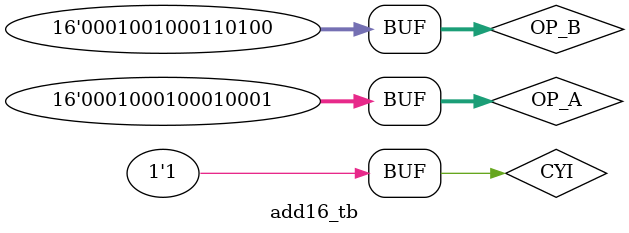
<source format=v>

module add16(CYI, OP_A, OP_B, CYO, SUM);
    input         CYI;
    input [15:0]  OP_A;
    input [15:0]  OP_B;
    output        CYO;
    output [15:0] SUM;
    
    wire [15:0]   CARRY;
    
    full_adder C0(.A(OP_A[0]), .B(OP_B[0]), .CYI(CYI), .SUM(SUM[0]), .CYO(CARRY[0]));
    full_adder C1(.A(OP_A[1]), .B(OP_B[1]), .CYI(CARRY[0]), .SUM(SUM[1]), .CYO(CARRY[1]));  
    full_adder C2(.A(OP_A[2]), .B(OP_B[2]), .CYI(CARRY[1]), .SUM(SUM[2]), .CYO(CARRY[2]));  
    full_adder C3(.A(OP_A[3]), .B(OP_B[3]), .CYI(CARRY[2]), .SUM(SUM[3]), .CYO(CARRY[3]));  
    full_adder C4(.A(OP_A[4]), .B(OP_B[4]), .CYI(CARRY[3]), .SUM(SUM[4]), .CYO(CARRY[4]));  
    full_adder C5(.A(OP_A[5]), .B(OP_B[5]), .CYI(CARRY[4]), .SUM(SUM[5]), .CYO(CARRY[5]));  
    full_adder C6(.A(OP_A[6]), .B(OP_B[6]), .CYI(CARRY[5]), .SUM(SUM[6]), .CYO(CARRY[6])); 
    full_adder C7(.A(OP_A[7]), .B(OP_B[7]), .CYI(CARRY[6]), .SUM(SUM[7]), .CYO(CARRY[7]));
    full_adder C8(.A(OP_A[8]), .B(OP_B[8]), .CYI(CARRY[7]), .SUM(SUM[8]), .CYO(CARRY[8]));
    full_adder C9(.A(OP_A[9]), .B(OP_B[9]), .CYI(CARRY[8]), .SUM(SUM[9]), .CYO(CARRY[9]));
    full_adder C10(.A(OP_A[10]), .B(OP_B[10]), .CYI(CARRY[9]), .SUM(SUM[10]), .CYO(CARRY[10]));
    full_adder C11(.A(OP_A[11]), .B(OP_B[11]), .CYI(CARRY[10]), .SUM(SUM[11]), .CYO(CARRY[11]));
    full_adder C12(.A(OP_A[12]), .B(OP_B[12]), .CYI(CARRY[11]), .SUM(SUM[12]), .CYO(CARRY[12])); 
    full_adder C13(.A(OP_A[13]), .B(OP_B[13]), .CYI(CARRY[12]), .SUM(SUM[13]), .CYO(CARRY[13]));
    full_adder C14(.A(OP_A[14]), .B(OP_B[14]), .CYI(CARRY[13]), .SUM(SUM[14]), .CYO(CARRY[14]));
    full_adder C15(.A(OP_A[15]), .B(OP_B[15]), .CYI(CARRY[14]), .SUM(SUM[15]), .CYO(CARRY[15]));
    
    assign CYO = CARRY[15];
   
endmodule

module  add16_tb;
    reg         CYI;
    reg [15:0]  OP_A;
    reg [15:0]  OP_B;
    wire        CYO;
    wire [15:0] SUM;

    add16 U_add16(CYI, OP_A, OP_B, CYO, SUM); //instantiation

    initial begin
        $monitor("CYI=%h, OP_A=%h, OP_B=%h, CYO=%h, SUM=%h",CYI, OP_A, OP_B, CYO, SUM);
		#10 OP_A=16'h1111; OP_B=16'h1111; CYI=0;	
		#10 OP_A=16'h1111; OP_B=16'h0000; CYI=0;

      #10 OP_A=16'h1111; OP_B=16'h1100; CYI=1;	
		#10 OP_A=16'h1111; OP_B=16'h1234; CYI=1;	

    end

endmodule
</source>
